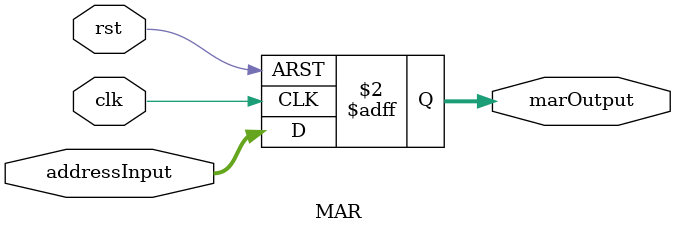
<source format=v>
`timescale 1ns/1ns
module MAR  (
   input wire clk,
  input wire rst,
  input wire [31:0] addressInput,
  output reg [31:0] marOutput
);

  // Input register
  always @(posedge clk or posedge rst) begin
    if (rst) begin
      marOutput <= 32'b0;
    end else begin
      marOutput <= addressInput;
    end
  end

endmodule
</source>
